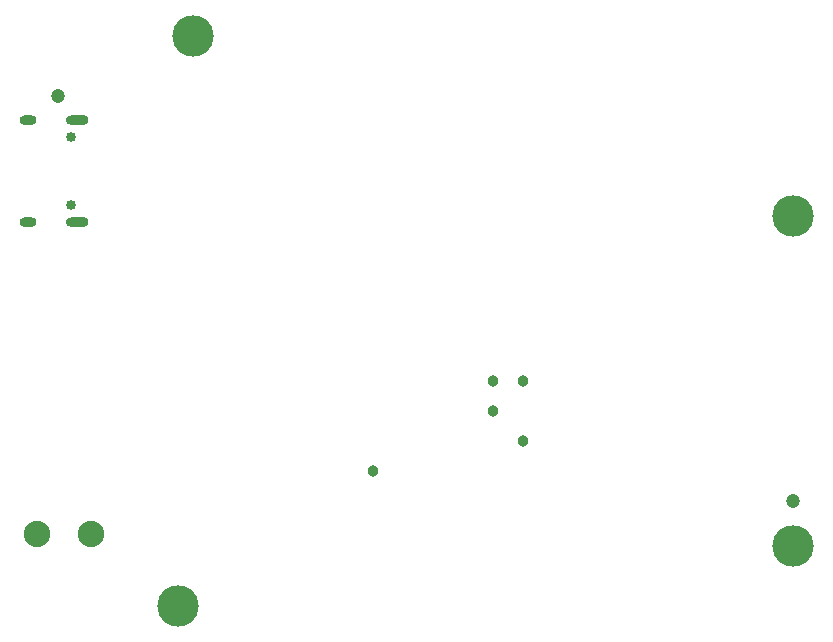
<source format=gbs>
G75*
%MOIN*%
%OFA0B0*%
%FSLAX25Y25*%
%IPPOS*%
%LPD*%
%AMOC8*
5,1,8,0,0,1.08239X$1,22.5*
%
%ADD10C,0.13800*%
%ADD11C,0.08800*%
%ADD12C,0.04737*%
%ADD13C,0.03359*%
%ADD14C,0.00600*%
%ADD15C,0.03800*%
D10*
X0134396Y0103522D03*
X0339396Y0123522D03*
X0339396Y0233522D03*
X0139396Y0293522D03*
D11*
X0105396Y0127522D03*
X0087396Y0127522D03*
D12*
X0094396Y0273522D03*
X0339396Y0138522D03*
D13*
X0098707Y0237144D03*
X0098707Y0259900D03*
D14*
X0098629Y0264349D02*
X0102959Y0264349D01*
X0103242Y0264383D01*
X0103508Y0264484D01*
X0103743Y0264646D01*
X0103931Y0264859D01*
X0104064Y0265111D01*
X0104132Y0265388D01*
X0104132Y0265673D01*
X0104064Y0265949D01*
X0103931Y0266201D01*
X0103743Y0266414D01*
X0103508Y0266576D01*
X0103242Y0266677D01*
X0102959Y0266711D01*
X0098629Y0266711D01*
X0098346Y0266677D01*
X0098080Y0266576D01*
X0097845Y0266414D01*
X0097657Y0266201D01*
X0097524Y0265949D01*
X0097456Y0265673D01*
X0097456Y0265388D01*
X0097524Y0265111D01*
X0097657Y0264859D01*
X0097845Y0264646D01*
X0098080Y0264484D01*
X0098346Y0264383D01*
X0098629Y0264349D01*
X0097801Y0264697D02*
X0103787Y0264697D01*
X0104109Y0265295D02*
X0097479Y0265295D01*
X0097511Y0265894D02*
X0104077Y0265894D01*
X0103630Y0266492D02*
X0097958Y0266492D01*
X0086750Y0265673D02*
X0086750Y0265388D01*
X0086682Y0265111D01*
X0086549Y0264859D01*
X0086361Y0264646D01*
X0086126Y0264484D01*
X0085860Y0264383D01*
X0085577Y0264349D01*
X0083136Y0264349D01*
X0082854Y0264383D01*
X0082588Y0264484D01*
X0082353Y0264646D01*
X0082164Y0264859D01*
X0082032Y0265111D01*
X0081964Y0265388D01*
X0081964Y0265673D01*
X0082032Y0265949D01*
X0082164Y0266201D01*
X0082353Y0266414D01*
X0082588Y0266576D01*
X0082854Y0266677D01*
X0083136Y0266711D01*
X0085577Y0266711D01*
X0085860Y0266677D01*
X0086126Y0266576D01*
X0086361Y0266414D01*
X0086549Y0266201D01*
X0086682Y0265949D01*
X0086750Y0265673D01*
X0086695Y0265894D02*
X0082018Y0265894D01*
X0081987Y0265295D02*
X0086727Y0265295D01*
X0086405Y0264697D02*
X0082309Y0264697D01*
X0082466Y0266492D02*
X0086248Y0266492D01*
X0085577Y0232696D02*
X0085860Y0232661D01*
X0086126Y0232560D01*
X0086361Y0232398D01*
X0086549Y0232185D01*
X0086682Y0231933D01*
X0086750Y0231657D01*
X0086750Y0231372D01*
X0086682Y0231096D01*
X0086549Y0230843D01*
X0086361Y0230630D01*
X0086126Y0230469D01*
X0085860Y0230368D01*
X0085577Y0230333D01*
X0083136Y0230333D01*
X0082854Y0230368D01*
X0082588Y0230469D01*
X0082353Y0230630D01*
X0082164Y0230843D01*
X0082032Y0231096D01*
X0081964Y0231372D01*
X0081964Y0231657D01*
X0082032Y0231933D01*
X0082164Y0232185D01*
X0082353Y0232398D01*
X0082588Y0232560D01*
X0082854Y0232661D01*
X0083136Y0232696D01*
X0085577Y0232696D01*
X0086380Y0232377D02*
X0082334Y0232377D01*
X0081994Y0231778D02*
X0086720Y0231778D01*
X0086703Y0231180D02*
X0082011Y0231180D01*
X0082424Y0230581D02*
X0086290Y0230581D01*
X0097456Y0231372D02*
X0097456Y0231657D01*
X0097524Y0231933D01*
X0097657Y0232185D01*
X0097845Y0232398D01*
X0098080Y0232560D01*
X0098346Y0232661D01*
X0098629Y0232696D01*
X0102959Y0232696D01*
X0103242Y0232661D01*
X0103508Y0232560D01*
X0103743Y0232398D01*
X0103931Y0232185D01*
X0104064Y0231933D01*
X0104132Y0231657D01*
X0104132Y0231372D01*
X0104064Y0231096D01*
X0103931Y0230843D01*
X0103743Y0230630D01*
X0103508Y0230469D01*
X0103242Y0230368D01*
X0102959Y0230333D01*
X0098629Y0230333D01*
X0098346Y0230368D01*
X0098080Y0230469D01*
X0097845Y0230630D01*
X0097657Y0230843D01*
X0097524Y0231096D01*
X0097456Y0231372D01*
X0097503Y0231180D02*
X0104084Y0231180D01*
X0104102Y0231778D02*
X0097486Y0231778D01*
X0097826Y0232377D02*
X0103762Y0232377D01*
X0103672Y0230581D02*
X0097916Y0230581D01*
D15*
X0199396Y0148522D03*
X0239396Y0168522D03*
X0249396Y0158522D03*
X0249396Y0178522D03*
X0239396Y0178522D03*
M02*

</source>
